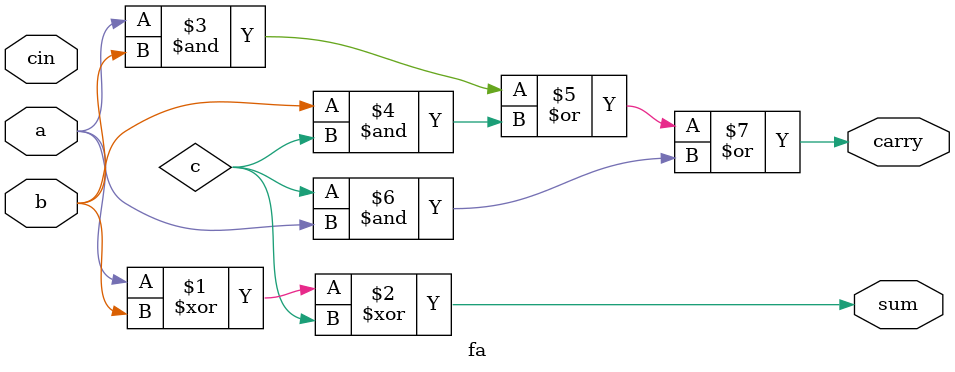
<source format=v>
module fa(
  input a,b,cin,
  output sum,carry
);

  assign sum = (a^b^c);
  assign carry = (a&b | b&c | c&a);

endmodule

</source>
